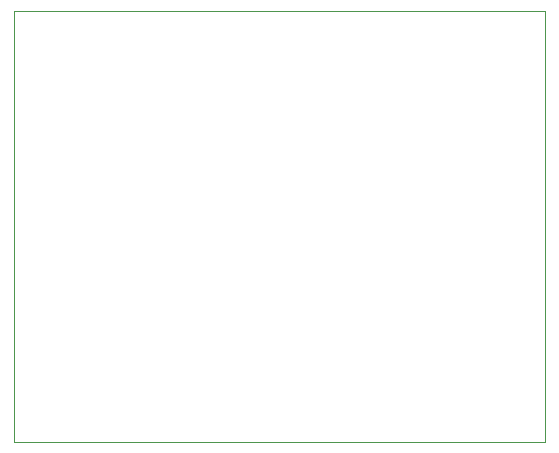
<source format=gbr>
G04 #@! TF.GenerationSoftware,KiCad,Pcbnew,(5.1.2)-1*
G04 #@! TF.CreationDate,2020-03-03T11:12:10+01:00*
G04 #@! TF.ProjectId,Flyback driver Cool-Tip,466c7962-6163-46b2-9064-726976657220,v0.1.3*
G04 #@! TF.SameCoordinates,Original*
G04 #@! TF.FileFunction,Profile,NP*
%FSLAX46Y46*%
G04 Gerber Fmt 4.6, Leading zero omitted, Abs format (unit mm)*
G04 Created by KiCad (PCBNEW (5.1.2)-1) date 2020-03-03 11:12:10*
%MOMM*%
%LPD*%
G04 APERTURE LIST*
%ADD10C,0.050000*%
G04 APERTURE END LIST*
D10*
X144000000Y-111500000D02*
X144000000Y-75000000D01*
X99000000Y-111500000D02*
X144000000Y-111500000D01*
X144000000Y-75000000D02*
X99000000Y-75000000D01*
X99000000Y-75000000D02*
X99000000Y-111500000D01*
M02*

</source>
